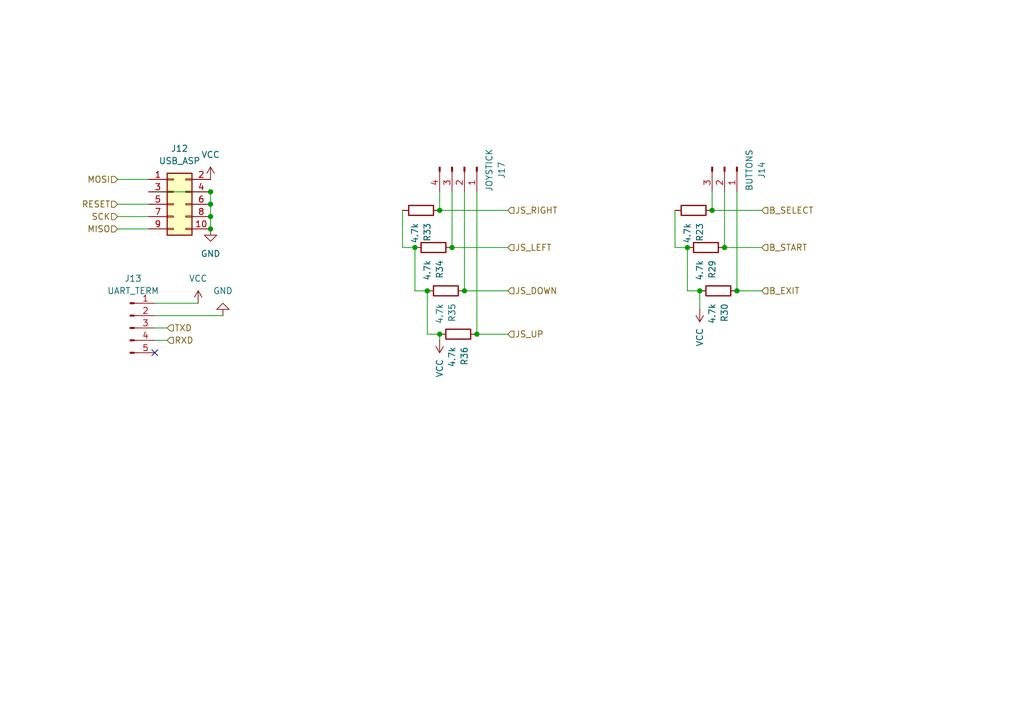
<source format=kicad_sch>
(kicad_sch (version 20250114) (generator "eeschema") (generator_version "9.0")
  (paper "A5")
  (lib_symbols
    (symbol "Connector:Conn_01x03_Pin" (pin_names (offset 1.016) (hide yes))
      (property "Reference" "J" (at 0 5.08 0))
      (property "Value" "Conn_01x03_Pin" (at 0 -5.08 0))
      (symbol "Conn_01x03_Pin_1_1"
        (rectangle (start 0.8636 2.667) (end 0 2.413) (stroke (width 0.1524)) (fill (type outline)))
        (rectangle (start 0.8636 0.127) (end 0 -0.127) (stroke (width 0.1524)) (fill (type outline)))
        (rectangle (start 0.8636 -2.413) (end 0 -2.667) (stroke (width 0.1524)) (fill (type outline)))
        (polyline (pts (xy 1.27 2.54) (xy 0.8636 2.54)) (stroke (width 0.1524)))
        (polyline (pts (xy 1.27 0) (xy 0.8636 0)) (stroke (width 0.1524)))
        (polyline (pts (xy 1.27 -2.54) (xy 0.8636 -2.54)) (stroke (width 0.1524)))
        (pin passive line (at 5.08 2.54 180) (length 3.81) (name "Pin_1") (number "1"))
        (pin passive line (at 5.08 0 180) (length 3.81) (name "Pin_2") (number "2"))
        (pin passive line (at 5.08 -2.54 180) (length 3.81) (name "Pin_3") (number "3"))
      )
    )
    (symbol "Connector:Conn_01x04_Pin" (pin_names (offset 1.016) (hide yes))
      (property "Reference" "J" (at 0 5.08 0))
      (property "Value" "Conn_01x04_Pin" (at 0 -7.62 0))
      (symbol "Conn_01x04_Pin_1_1"
        (rectangle (start 0.8636 2.667) (end 0 2.413) (stroke (width 0.1524)) (fill (type outline)))
        (rectangle (start 0.8636 0.127) (end 0 -0.127) (stroke (width 0.1524)) (fill (type outline)))
        (rectangle (start 0.8636 -2.413) (end 0 -2.667) (stroke (width 0.1524)) (fill (type outline)))
        (rectangle (start 0.8636 -4.953) (end 0 -5.207) (stroke (width 0.1524)) (fill (type outline)))
        (polyline (pts (xy 1.27 2.54) (xy 0.8636 2.54)) (stroke (width 0.1524)))
        (polyline (pts (xy 1.27 0) (xy 0.8636 0)) (stroke (width 0.1524)))
        (polyline (pts (xy 1.27 -2.54) (xy 0.8636 -2.54)) (stroke (width 0.1524)))
        (polyline (pts (xy 1.27 -5.08) (xy 0.8636 -5.08)) (stroke (width 0.1524)))
        (pin passive line (at 5.08 2.54 180) (length 3.81) (name "Pin_1") (number "1"))
        (pin passive line (at 5.08 0 180) (length 3.81) (name "Pin_2") (number "2"))
        (pin passive line (at 5.08 -2.54 180) (length 3.81) (name "Pin_3") (number "3"))
        (pin passive line (at 5.08 -5.08 180) (length 3.81) (name "Pin_4") (number "4"))
      )
    )
    (symbol "Connector:Conn_01x05_Pin" (pin_names (offset 1.016) (hide yes))
      (property "Reference" "J" (at 0 7.62 0))
      (property "Value" "Conn_01x05_Pin" (at 0 -7.62 0))
      (symbol "Conn_01x05_Pin_1_1"
        (rectangle (start 0.8636 5.207) (end 0 4.953) (stroke (width 0.1524)) (fill (type outline)))
        (rectangle (start 0.8636 2.667) (end 0 2.413) (stroke (width 0.1524)) (fill (type outline)))
        (rectangle (start 0.8636 0.127) (end 0 -0.127) (stroke (width 0.1524)) (fill (type outline)))
        (rectangle (start 0.8636 -2.413) (end 0 -2.667) (stroke (width 0.1524)) (fill (type outline)))
        (rectangle (start 0.8636 -4.953) (end 0 -5.207) (stroke (width 0.1524)) (fill (type outline)))
        (polyline (pts (xy 1.27 5.08) (xy 0.8636 5.08)) (stroke (width 0.1524)))
        (polyline (pts (xy 1.27 2.54) (xy 0.8636 2.54)) (stroke (width 0.1524)))
        (polyline (pts (xy 1.27 0) (xy 0.8636 0)) (stroke (width 0.1524)))
        (polyline (pts (xy 1.27 -2.54) (xy 0.8636 -2.54)) (stroke (width 0.1524)))
        (polyline (pts (xy 1.27 -5.08) (xy 0.8636 -5.08)) (stroke (width 0.1524)))
        (pin passive line (at 5.08 5.08 180) (length 3.81) (name "Pin_1") (number "1"))
        (pin passive line (at 5.08 2.54 180) (length 3.81) (name "Pin_2") (number "2"))
        (pin passive line (at 5.08 0 180) (length 3.81) (name "Pin_3") (number "3"))
        (pin passive line (at 5.08 -2.54 180) (length 3.81) (name "Pin_4") (number "4"))
        (pin passive line (at 5.08 -5.08 180) (length 3.81) (name "Pin_5") (number "5"))
      )
    )
    (symbol "Connector_Generic:Conn_02x05_Odd_Even" (pin_names (offset 1.016) (hide yes))
      (property "Reference" "J" (at 1.27 7.62 0))
      (property "Value" "Conn_02x05_Odd_Even" (at 1.27 -7.62 0))
      (symbol "Conn_02x05_Odd_Even_1_1"
        (rectangle (start -1.27 6.35) (end 3.81 -6.35) (stroke (width 0.254)) (fill (type background)))
        (rectangle (start -1.27 5.207) (end 0 4.953) (stroke (width 0.1524)))
        (rectangle (start -1.27 2.667) (end 0 2.413) (stroke (width 0.1524)))
        (rectangle (start -1.27 0.127) (end 0 -0.127) (stroke (width 0.1524)))
        (rectangle (start -1.27 -2.413) (end 0 -2.667) (stroke (width 0.1524)))
        (rectangle (start -1.27 -4.953) (end 0 -5.207) (stroke (width 0.1524)))
        (rectangle (start 3.81 5.207) (end 2.54 4.953) (stroke (width 0.1524)))
        (rectangle (start 3.81 2.667) (end 2.54 2.413) (stroke (width 0.1524)))
        (rectangle (start 3.81 0.127) (end 2.54 -0.127) (stroke (width 0.1524)))
        (rectangle (start 3.81 -2.413) (end 2.54 -2.667) (stroke (width 0.1524)))
        (rectangle (start 3.81 -4.953) (end 2.54 -5.207) (stroke (width 0.1524)))
        (pin passive line (at -5.08 5.08 0) (length 3.81) (name "Pin_1") (number "1"))
        (pin passive line (at -5.08 2.54 0) (length 3.81) (name "Pin_3") (number "3"))
        (pin passive line (at -5.08 0 0) (length 3.81) (name "Pin_5") (number "5"))
        (pin passive line (at -5.08 -2.54 0) (length 3.81) (name "Pin_7") (number "7"))
        (pin passive line (at -5.08 -5.08 0) (length 3.81) (name "Pin_9") (number "9"))
        (pin passive line (at 7.62 5.08 180) (length 3.81) (name "Pin_2") (number "2"))
        (pin passive line (at 7.62 2.54 180) (length 3.81) (name "Pin_4") (number "4"))
        (pin passive line (at 7.62 0 180) (length 3.81) (name "Pin_6") (number "6"))
        (pin passive line (at 7.62 -2.54 180) (length 3.81) (name "Pin_8") (number "8"))
        (pin passive line (at 7.62 -5.08 180) (length 3.81) (name "Pin_10") (number "10"))
      )
    )
    (symbol "Device:R" (pin_numbers (hide yes)) (pin_names (offset 0))
      (property "Reference" "R" (at 2.032 0 90))
      (property "Value" "R" (at 0 0 90))
      (symbol "R_0_1"
        (rectangle (start -1.016 -2.54) (end 1.016 2.54) (stroke (width 0.254)))
      )
      (symbol "R_1_1"
        (pin passive line (at 0 3.81 270) (length 1.27) (name "~") (number "1"))
        (pin passive line (at 0 -3.81 90) (length 1.27) (name "~") (number "2"))
      )
    )
    (symbol "power:GND" (power) (pin_numbers (hide yes)) (pin_names (offset 0) (hide yes))
      (property "Value" "GND" (at 0 -3.81 0))
      (symbol "GND_0_1"
        (polyline (pts (xy 0 0) (xy 0 -1.27) (xy 1.27 -1.27) (xy 0 -2.54) (xy -1.27 -1.27) (xy 0 -1.27)))
      )
      (symbol "GND_1_1"
        (pin power_in line (at 0 0 270) (length 0) (name "~") (number "1"))
      )
    )
    (symbol "power:VCC" (power) (pin_numbers (hide yes)) (pin_names (offset 0) (hide yes))
      (property "Value" "VCC" (at 0 3.556 0))
      (symbol "VCC_0_1"
        (polyline (pts (xy -0.762 1.27) (xy 0 2.54)))
        (polyline (pts (xy 0 2.54) (xy 0.762 1.27)))
        (polyline (pts (xy 0 0) (xy 0 2.54)))
      )
      (symbol "VCC_1_1"
        (pin power_in line (at 0 0 90) (length 0) (name "~") (number "1"))
      )
    )
  )
  (junction (at 143.51 59.69))
  (junction (at 43.18 41.91))
  (junction (at 140.97 50.8))
  (junction (at 151.13 59.69))
  (junction (at 43.18 39.37))
  (junction (at 90.17 68.58))
  (junction (at 87.63 59.69))
  (junction (at 43.18 46.99))
  (junction (at 43.18 44.45))
  (junction (at 146.05 43.18))
  (junction (at 85.09 50.8))
  (junction (at 95.25 59.69))
  (junction (at 148.59 50.8))
  (junction (at 92.71 50.8))
  (junction (at 97.79 68.58))
  (junction (at 90.17 43.18))
  (no_connect (at 31.75 72.39))
  (wire (pts (xy 31.75 64.77) (xy 45.72 64.77)))
  (wire (pts (xy 90.17 39.37) (xy 90.17 43.18)))
  (wire (pts (xy 43.18 44.45) (xy 43.18 46.99)))
  (wire (pts (xy 40.64 62.23) (xy 31.75 62.23)))
  (wire (pts (xy 85.09 50.8) (xy 85.09 59.69)))
  (wire (pts (xy 24.13 46.99) (xy 30.48 46.99)))
  (wire (pts (xy 82.55 50.8) (xy 85.09 50.8)))
  (wire (pts (xy 151.13 59.69) (xy 156.21 59.69)))
  (wire (pts (xy 82.55 43.18) (xy 82.55 50.8)))
  (wire (pts (xy 92.71 39.37) (xy 92.71 50.8)))
  (wire (pts (xy 151.13 39.37) (xy 151.13 59.69)))
  (wire (pts (xy 90.17 43.18) (xy 104.14 43.18)))
  (wire (pts (xy 140.97 50.8) (xy 140.97 59.69)))
  (wire (pts (xy 143.51 59.69) (xy 143.51 63.5)))
  (wire (pts (xy 92.71 50.8) (xy 104.14 50.8)))
  (wire (pts (xy 138.43 43.18) (xy 138.43 50.8)))
  (wire (pts (xy 148.59 39.37) (xy 148.59 50.8)))
  (wire (pts (xy 31.75 67.31) (xy 34.29 67.31)))
  (wire (pts (xy 140.97 59.69) (xy 143.51 59.69)))
  (wire (pts (xy 43.18 39.37) (xy 43.18 41.91)))
  (wire (pts (xy 24.13 36.83) (xy 30.48 36.83)))
  (wire (pts (xy 95.25 39.37) (xy 95.25 59.69)))
  (wire (pts (xy 87.63 68.58) (xy 87.63 59.69)))
  (wire (pts (xy 138.43 50.8) (xy 140.97 50.8)))
  (wire (pts (xy 43.18 41.91) (xy 43.18 44.45)))
  (wire (pts (xy 146.05 39.37) (xy 146.05 43.18)))
  (wire (pts (xy 97.79 39.37) (xy 97.79 68.58)))
  (wire (pts (xy 85.09 59.69) (xy 87.63 59.69)))
  (wire (pts (xy 90.17 68.58) (xy 90.17 69.85)))
  (wire (pts (xy 97.79 68.58) (xy 104.14 68.58)))
  (wire (pts (xy 146.05 43.18) (xy 156.21 43.18)))
  (wire (pts (xy 148.59 50.8) (xy 156.21 50.8)))
  (wire (pts (xy 90.17 68.58) (xy 87.63 68.58)))
  (wire (pts (xy 30.48 39.37) (xy 43.18 39.37)))
  (wire (pts (xy 24.13 44.45) (xy 30.48 44.45)))
  (wire (pts (xy 31.75 69.85) (xy 34.29 69.85)))
  (wire (pts (xy 24.13 41.91) (xy 30.48 41.91)))
  (wire (pts (xy 95.25 59.69) (xy 104.14 59.69)))
  (hierarchical_label "JS_LEFT" (shape input) (at 104.14 50.8 0))
  (hierarchical_label "JS_UP" (shape input) (at 104.14 68.58 0))
  (hierarchical_label "SCK" (shape input) (at 24.13 44.45 180))
  (hierarchical_label "RXD" (shape input) (at 34.29 69.85 0))
  (hierarchical_label "MOSI" (shape input) (at 24.13 36.83 180))
  (hierarchical_label "JS_RIGHT" (shape input) (at 104.14 43.18 0))
  (hierarchical_label "JS_DOWN" (shape input) (at 104.14 59.69 0))
  (hierarchical_label "TXD" (shape input) (at 34.29 67.31 0))
  (hierarchical_label "B_START" (shape input) (at 156.21 50.8 0))
  (hierarchical_label "B_SELECT" (shape input) (at 156.21 43.18 0))
  (hierarchical_label "B_EXIT" (shape input) (at 156.21 59.69 0))
  (hierarchical_label "RESET" (shape input) (at 24.13 41.91 180))
  (hierarchical_label "MISO" (shape input) (at 24.13 46.99 180))
  (symbol (lib_id "power:GND") (at 45.72 64.77 180) (unit 1)
    (property "Reference" "#PWR042" (effects (hide yes)))
    (property "Value" "GND" (at 45.72 59.69 0))
    (property "Description" "Power symbol creates a global label with name \"GND\" , ground" (effects (hide yes)))
  )
  (symbol (lib_id "Connector:Conn_01x04_Pin") (at 95.25 34.29 270) (unit 1)
    (property "Reference" "J17" (at 102.87 34.925 0))
    (property "Value" "JOYSTICK" (at 100.33 34.925 0))
    (property "Footprint" "TerminalBlock:TerminalBlock_MaiXu_MX126-5.0-04P_1x04_P5.00mm" (effects (hide yes)))
    (property "Description" "Generic connector, single row, 01x04, script generated" (effects (hide yes)))
  )
  (symbol (lib_id "Connector_Generic:Conn_02x05_Odd_Even") (at 35.56 41.91 0) (unit 1)
    (property "Reference" "J12" (at 36.83 30.48 0))
    (property "Value" "USB_ASP" (at 36.83 33.02 0))
    (property "Footprint" "Connector_IDC:IDC-Header_2x05_P2.54mm_Vertical" (effects (hide yes)))
    (property "Description" "Generic connector, double row, 02x05, odd/even pin numbering scheme (row 1 odd numbers, row 2 even numbers), script generated (kicad-library-utils/schlib/autogen/connector/)" (effects (hide yes)))
  )
  (symbol (lib_id "Device:R") (at 93.98 68.58 270) (unit 1)
    (property "Reference" "R36" (at 95.2501 71.12 0) (effects (justify left)))
    (property "Value" "4.7k" (at 92.7101 71.12 0) (effects (justify left)))
    (property "Footprint" "Resistor_THT:R_Axial_DIN0207_L6.3mm_D2.5mm_P10.16mm_Horizontal" (effects (hide yes)))
    (property "Description" "Resistor" (effects (hide yes)))
  )
  (symbol (lib_id "power:VCC") (at 43.18 36.83 0) (unit 1)
    (property "Reference" "#PWR038" (effects (hide yes)))
    (property "Value" "VCC" (at 43.18 31.75 0))
    (property "Description" "Power symbol creates a global label with name \"VCC\"" (effects (hide yes)))
  )
  (symbol (lib_id "Device:R") (at 147.32 59.69 270) (unit 1)
    (property "Reference" "R30" (at 148.5901 62.23 0) (effects (justify left)))
    (property "Value" "4.7k" (at 146.0501 62.23 0) (effects (justify left)))
    (property "Footprint" "Resistor_THT:R_Axial_DIN0207_L6.3mm_D2.5mm_P10.16mm_Horizontal" (effects (hide yes)))
    (property "Description" "Resistor" (effects (hide yes)))
  )
  (symbol (lib_id "Device:R") (at 91.44 59.69 270) (unit 1)
    (property "Reference" "R35" (at 92.7101 62.23 0) (effects (justify left)))
    (property "Value" "4.7k" (at 90.1701 62.23 0) (effects (justify left)))
    (property "Footprint" "Resistor_THT:R_Axial_DIN0207_L6.3mm_D2.5mm_P10.16mm_Horizontal" (effects (hide yes)))
    (property "Description" "Resistor" (effects (hide yes)))
  )
  (symbol (lib_id "power:VCC") (at 40.64 62.23 0) (unit 1)
    (property "Reference" "#PWR041" (effects (hide yes)))
    (property "Value" "VCC" (at 40.64 57.15 0))
    (property "Description" "Power symbol creates a global label with name \"VCC\"" (effects (hide yes)))
  )
  (symbol (lib_id "Connector:Conn_01x05_Pin") (at 26.67 67.31 0) (unit 1)
    (property "Reference" "J13" (at 27.305 57.15 0))
    (property "Value" "UART_TERM" (at 27.305 59.69 0))
    (property "Footprint" "Connector_PinSocket_2.54mm:PinSocket_1x04_P2.54mm_Vertical" (effects (hide yes)))
    (property "Description" "Generic connector, single row, 01x05, script generated" (effects (hide yes)))
  )
  (symbol (lib_id "Connector:Conn_01x03_Pin") (at 148.59 34.29 270) (unit 1)
    (property "Reference" "J14" (at 156.21 34.925 0))
    (property "Value" "BUTTONS" (at 153.67 34.925 0))
    (property "Footprint" "TerminalBlock:TerminalBlock_MaiXu_MX126-5.0-03P_1x03_P5.00mm" (effects (hide yes)))
    (property "Description" "Generic connector, single row, 01x03, script generated" (effects (hide yes)))
  )
  (symbol (lib_id "Device:R") (at 142.24 43.18 270) (unit 1)
    (property "Reference" "R23" (at 143.5101 45.72 0) (effects (justify left)))
    (property "Value" "4.7k" (at 140.9701 45.72 0) (effects (justify left)))
    (property "Footprint" "Resistor_THT:R_Axial_DIN0207_L6.3mm_D2.5mm_P10.16mm_Horizontal" (effects (hide yes)))
    (property "Description" "Resistor" (effects (hide yes)))
  )
  (symbol (lib_id "Device:R") (at 88.9 50.8 270) (unit 1)
    (property "Reference" "R34" (at 90.1701 53.34 0) (effects (justify left)))
    (property "Value" "4.7k" (at 87.6301 53.34 0) (effects (justify left)))
    (property "Footprint" "Resistor_THT:R_Axial_DIN0207_L6.3mm_D2.5mm_P10.16mm_Horizontal" (effects (hide yes)))
    (property "Description" "Resistor" (effects (hide yes)))
  )
  (symbol (lib_id "power:VCC") (at 90.17 69.85 180) (unit 1)
    (property "Reference" "#PWR050" (effects (hide yes)))
    (property "Value" "VCC" (at 90.1701 73.66 90) (effects (justify left)))
    (property "Description" "Power symbol creates a global label with name \"VCC\"" (effects (hide yes)))
  )
  (symbol (lib_id "power:GND") (at 43.18 46.99 0) (unit 1)
    (property "Reference" "#PWR039" (effects (hide yes)))
    (property "Value" "GND" (at 43.18 52.07 0))
    (property "Description" "Power symbol creates a global label with name \"GND\" , ground" (effects (hide yes)))
  )
  (symbol (lib_id "Device:R") (at 86.36 43.18 270) (unit 1)
    (property "Reference" "R33" (at 87.6301 45.72 0) (effects (justify left)))
    (property "Value" "4.7k" (at 85.0901 45.72 0) (effects (justify left)))
    (property "Footprint" "Resistor_THT:R_Axial_DIN0207_L6.3mm_D2.5mm_P10.16mm_Horizontal" (effects (hide yes)))
    (property "Description" "Resistor" (effects (hide yes)))
  )
  (symbol (lib_id "Device:R") (at 144.78 50.8 270) (unit 1)
    (property "Reference" "R29" (at 146.0501 53.34 0) (effects (justify left)))
    (property "Value" "4.7k" (at 143.5101 53.34 0) (effects (justify left)))
    (property "Footprint" "Resistor_THT:R_Axial_DIN0207_L6.3mm_D2.5mm_P10.16mm_Horizontal" (effects (hide yes)))
    (property "Description" "Resistor" (effects (hide yes)))
  )
  (symbol (lib_id "power:VCC") (at 143.51 63.5 180) (unit 1)
    (property "Reference" "#PWR043" (effects (hide yes)))
    (property "Value" "VCC" (at 143.5101 67.31 90) (effects (justify left)))
    (property "Description" "Power symbol creates a global label with name \"VCC\"" (effects (hide yes)))
  )
)
</source>
